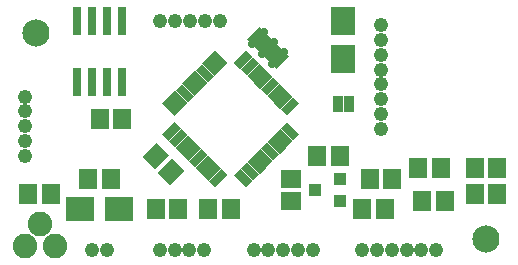
<source format=gts>
G75*
%MOIN*%
%OFA0B0*%
%FSLAX25Y25*%
%IPPOS*%
%LPD*%
%AMOC8*
5,1,8,0,0,1.08239X$1,22.5*
%
%ADD10R,0.05918X0.06706*%
%ADD11R,0.07887X0.09265*%
%ADD12R,0.09265X0.07887*%
%ADD13C,0.04769*%
%ADD14R,0.05800X0.03000*%
%ADD15R,0.03000X0.05800*%
%ADD16R,0.03162X0.09461*%
%ADD17R,0.04343X0.03950*%
%ADD18C,0.08200*%
%ADD19R,0.05918X0.07099*%
%ADD20R,0.07099X0.05918*%
%ADD21R,0.03300X0.05800*%
%ADD22C,0.02572*%
%ADD23R,0.13760X0.06040*%
%ADD24C,0.09055*%
%ADD25C,0.09068*%
D10*
X0029310Y0031800D03*
X0036790Y0031800D03*
G36*
X0051377Y0034982D02*
X0047192Y0039167D01*
X0051933Y0043908D01*
X0056118Y0039723D01*
X0051377Y0034982D01*
G37*
G36*
X0056667Y0029692D02*
X0052482Y0033877D01*
X0057223Y0038618D01*
X0061408Y0034433D01*
X0056667Y0029692D01*
G37*
X0040540Y0051800D03*
X0033060Y0051800D03*
X0105560Y0039300D03*
X0113040Y0039300D03*
X0120560Y0021800D03*
X0128040Y0021800D03*
X0158060Y0026800D03*
X0165540Y0026800D03*
D11*
X0114300Y0071652D03*
X0114300Y0084448D03*
D12*
X0039448Y0021800D03*
X0026652Y0021800D03*
D13*
X0030589Y0008050D03*
X0035511Y0008050D03*
X0053089Y0008050D03*
X0058011Y0008050D03*
X0062932Y0008050D03*
X0067853Y0008050D03*
X0084339Y0008050D03*
X0089261Y0008050D03*
X0094182Y0008050D03*
X0099103Y0008050D03*
X0104024Y0008050D03*
X0120589Y0008050D03*
X0125511Y0008050D03*
X0130432Y0008050D03*
X0135353Y0008050D03*
X0140274Y0008050D03*
X0145196Y0008050D03*
X0126800Y0048562D03*
X0126800Y0053483D03*
X0126800Y0058404D03*
X0126800Y0063326D03*
X0126800Y0068247D03*
X0126800Y0073168D03*
X0126800Y0078089D03*
X0126800Y0083011D03*
X0073011Y0084300D03*
X0068089Y0084300D03*
X0063168Y0084300D03*
X0058247Y0084300D03*
X0053326Y0084300D03*
X0008050Y0059261D03*
X0008050Y0054339D03*
X0008050Y0049418D03*
X0008050Y0044497D03*
X0008050Y0039576D03*
D14*
G36*
X0053944Y0046656D02*
X0058044Y0050756D01*
X0060166Y0048634D01*
X0056066Y0044534D01*
X0053944Y0046656D01*
G37*
G36*
X0056171Y0044429D02*
X0060271Y0048529D01*
X0062393Y0046407D01*
X0058293Y0042307D01*
X0056171Y0044429D01*
G37*
G36*
X0058398Y0042202D02*
X0062498Y0046302D01*
X0064620Y0044180D01*
X0060520Y0040080D01*
X0058398Y0042202D01*
G37*
G36*
X0060625Y0039974D02*
X0064725Y0044074D01*
X0066847Y0041952D01*
X0062747Y0037852D01*
X0060625Y0039974D01*
G37*
G36*
X0062852Y0037747D02*
X0066952Y0041847D01*
X0069074Y0039725D01*
X0064974Y0035625D01*
X0062852Y0037747D01*
G37*
G36*
X0065080Y0035520D02*
X0069180Y0039620D01*
X0071302Y0037498D01*
X0067202Y0033398D01*
X0065080Y0035520D01*
G37*
G36*
X0067307Y0033293D02*
X0071407Y0037393D01*
X0073529Y0035271D01*
X0069429Y0031171D01*
X0067307Y0033293D01*
G37*
G36*
X0069534Y0031066D02*
X0073634Y0035166D01*
X0075756Y0033044D01*
X0071656Y0028944D01*
X0069534Y0031066D01*
G37*
G36*
X0093434Y0054966D02*
X0097534Y0059066D01*
X0099656Y0056944D01*
X0095556Y0052844D01*
X0093434Y0054966D01*
G37*
G36*
X0091207Y0057193D02*
X0095307Y0061293D01*
X0097429Y0059171D01*
X0093329Y0055071D01*
X0091207Y0057193D01*
G37*
G36*
X0088980Y0059420D02*
X0093080Y0063520D01*
X0095202Y0061398D01*
X0091102Y0057298D01*
X0088980Y0059420D01*
G37*
G36*
X0086753Y0061648D02*
X0090853Y0065748D01*
X0092975Y0063626D01*
X0088875Y0059526D01*
X0086753Y0061648D01*
G37*
G36*
X0084526Y0063875D02*
X0088626Y0067975D01*
X0090748Y0065853D01*
X0086648Y0061753D01*
X0084526Y0063875D01*
G37*
G36*
X0082298Y0066102D02*
X0086398Y0070202D01*
X0088520Y0068080D01*
X0084420Y0063980D01*
X0082298Y0066102D01*
G37*
G36*
X0080071Y0068329D02*
X0084171Y0072429D01*
X0086293Y0070307D01*
X0082193Y0066207D01*
X0080071Y0068329D01*
G37*
G36*
X0077844Y0070556D02*
X0081944Y0074656D01*
X0084066Y0072534D01*
X0079966Y0068434D01*
X0077844Y0070556D01*
G37*
D15*
G36*
X0069534Y0072534D02*
X0071656Y0074656D01*
X0075756Y0070556D01*
X0073634Y0068434D01*
X0069534Y0072534D01*
G37*
G36*
X0067307Y0070307D02*
X0069429Y0072429D01*
X0073529Y0068329D01*
X0071407Y0066207D01*
X0067307Y0070307D01*
G37*
G36*
X0065080Y0068080D02*
X0067202Y0070202D01*
X0071302Y0066102D01*
X0069180Y0063980D01*
X0065080Y0068080D01*
G37*
G36*
X0062852Y0065853D02*
X0064974Y0067975D01*
X0069074Y0063875D01*
X0066952Y0061753D01*
X0062852Y0065853D01*
G37*
G36*
X0060625Y0063626D02*
X0062747Y0065748D01*
X0066847Y0061648D01*
X0064725Y0059526D01*
X0060625Y0063626D01*
G37*
G36*
X0058398Y0061398D02*
X0060520Y0063520D01*
X0064620Y0059420D01*
X0062498Y0057298D01*
X0058398Y0061398D01*
G37*
G36*
X0056171Y0059171D02*
X0058293Y0061293D01*
X0062393Y0057193D01*
X0060271Y0055071D01*
X0056171Y0059171D01*
G37*
G36*
X0053944Y0056944D02*
X0056066Y0059066D01*
X0060166Y0054966D01*
X0058044Y0052844D01*
X0053944Y0056944D01*
G37*
G36*
X0084526Y0039725D02*
X0086648Y0041847D01*
X0090748Y0037747D01*
X0088626Y0035625D01*
X0084526Y0039725D01*
G37*
G36*
X0082298Y0037498D02*
X0084420Y0039620D01*
X0088520Y0035520D01*
X0086398Y0033398D01*
X0082298Y0037498D01*
G37*
G36*
X0080071Y0035271D02*
X0082193Y0037393D01*
X0086293Y0033293D01*
X0084171Y0031171D01*
X0080071Y0035271D01*
G37*
G36*
X0077844Y0033044D02*
X0079966Y0035166D01*
X0084066Y0031066D01*
X0081944Y0028944D01*
X0077844Y0033044D01*
G37*
G36*
X0086753Y0041952D02*
X0088875Y0044074D01*
X0092975Y0039974D01*
X0090853Y0037852D01*
X0086753Y0041952D01*
G37*
G36*
X0088980Y0044180D02*
X0091102Y0046302D01*
X0095202Y0042202D01*
X0093080Y0040080D01*
X0088980Y0044180D01*
G37*
G36*
X0091207Y0046407D02*
X0093329Y0048529D01*
X0097429Y0044429D01*
X0095307Y0042307D01*
X0091207Y0046407D01*
G37*
G36*
X0093434Y0048634D02*
X0095556Y0050756D01*
X0099656Y0046656D01*
X0097534Y0044534D01*
X0093434Y0048634D01*
G37*
D16*
X0040550Y0064064D03*
X0035550Y0064064D03*
X0030550Y0064064D03*
X0025550Y0064064D03*
X0025550Y0084536D03*
X0030550Y0084536D03*
X0035550Y0084536D03*
X0040550Y0084536D03*
D17*
X0113237Y0031790D03*
X0104969Y0028050D03*
X0113237Y0024310D03*
D18*
X0008050Y0009300D03*
X0018050Y0009300D03*
X0013050Y0016800D03*
D19*
X0009310Y0026800D03*
X0016790Y0026800D03*
X0051810Y0021800D03*
X0059290Y0021800D03*
X0069310Y0021800D03*
X0076790Y0021800D03*
X0123060Y0031800D03*
X0130540Y0031800D03*
X0139310Y0035550D03*
X0146790Y0035550D03*
X0158060Y0035550D03*
X0165540Y0035550D03*
X0148040Y0024300D03*
X0140560Y0024300D03*
D20*
X0096800Y0024310D03*
X0096800Y0031790D03*
D21*
X0112528Y0056800D03*
X0116072Y0056800D03*
D22*
X0094666Y0074234D02*
X0090616Y0070184D01*
X0087275Y0073525D02*
X0091325Y0077575D01*
X0087984Y0080916D02*
X0083934Y0076866D01*
D23*
G36*
X0086585Y0082550D02*
X0096314Y0072821D01*
X0092043Y0068550D01*
X0082314Y0078279D01*
X0086585Y0082550D01*
G37*
D24*
X0011800Y0080550D03*
X0161800Y0011800D03*
D25*
X0161800Y0011800D03*
X0011800Y0080550D03*
M02*

</source>
